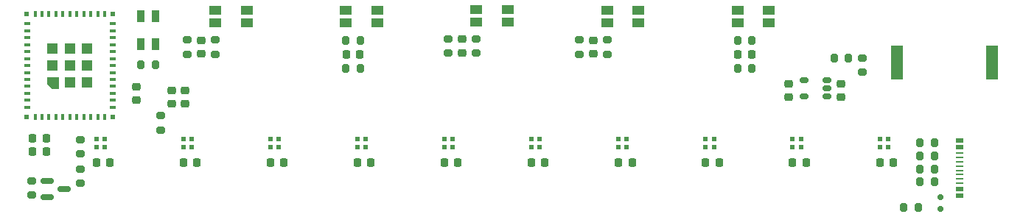
<source format=gbr>
%TF.GenerationSoftware,KiCad,Pcbnew,9.0.7*%
%TF.CreationDate,2026-02-03T10:56:02-06:00*%
%TF.ProjectId,FocusBeam,466f6375-7342-4656-916d-2e6b69636164,rev?*%
%TF.SameCoordinates,Original*%
%TF.FileFunction,Paste,Top*%
%TF.FilePolarity,Positive*%
%FSLAX46Y46*%
G04 Gerber Fmt 4.6, Leading zero omitted, Abs format (unit mm)*
G04 Created by KiCad (PCBNEW 9.0.7) date 2026-02-03 10:56:02*
%MOMM*%
%LPD*%
G01*
G04 APERTURE LIST*
G04 Aperture macros list*
%AMRoundRect*
0 Rectangle with rounded corners*
0 $1 Rounding radius*
0 $2 $3 $4 $5 $6 $7 $8 $9 X,Y pos of 4 corners*
0 Add a 4 corners polygon primitive as box body*
4,1,4,$2,$3,$4,$5,$6,$7,$8,$9,$2,$3,0*
0 Add four circle primitives for the rounded corners*
1,1,$1+$1,$2,$3*
1,1,$1+$1,$4,$5*
1,1,$1+$1,$6,$7*
1,1,$1+$1,$8,$9*
0 Add four rect primitives between the rounded corners*
20,1,$1+$1,$2,$3,$4,$5,0*
20,1,$1+$1,$4,$5,$6,$7,0*
20,1,$1+$1,$6,$7,$8,$9,0*
20,1,$1+$1,$8,$9,$2,$3,0*%
G04 Aperture macros list end*
%ADD10C,0.010000*%
%ADD11RoundRect,0.225000X0.250000X-0.225000X0.250000X0.225000X-0.250000X0.225000X-0.250000X-0.225000X0*%
%ADD12RoundRect,0.200000X0.275000X-0.200000X0.275000X0.200000X-0.275000X0.200000X-0.275000X-0.200000X0*%
%ADD13R,0.558800X0.558800*%
%ADD14RoundRect,0.225000X-0.225000X-0.250000X0.225000X-0.250000X0.225000X0.250000X-0.225000X0.250000X0*%
%ADD15RoundRect,0.200000X0.200000X0.275000X-0.200000X0.275000X-0.200000X-0.275000X0.200000X-0.275000X0*%
%ADD16R,1.400000X1.050000*%
%ADD17RoundRect,0.200000X-0.200000X-0.275000X0.200000X-0.275000X0.200000X0.275000X-0.200000X0.275000X0*%
%ADD18R,0.320000X0.640000*%
%ADD19R,0.640000X0.320000*%
%ADD20R,1.160000X1.160000*%
%ADD21R,0.560000X0.560000*%
%ADD22RoundRect,0.175000X0.325000X-0.175000X0.325000X0.175000X-0.325000X0.175000X-0.325000X-0.175000X0*%
%ADD23RoundRect,0.150000X-0.587500X-0.150000X0.587500X-0.150000X0.587500X0.150000X-0.587500X0.150000X0*%
%ADD24RoundRect,0.225000X0.225000X0.250000X-0.225000X0.250000X-0.225000X-0.250000X0.225000X-0.250000X0*%
%ADD25R,0.812800X1.422400*%
%ADD26RoundRect,0.200000X-0.275000X0.200000X-0.275000X-0.200000X0.275000X-0.200000X0.275000X0.200000X0*%
%ADD27R,1.450000X4.000000*%
%ADD28RoundRect,0.225000X-0.250000X0.225000X-0.250000X-0.225000X0.250000X-0.225000X0.250000X0.225000X0*%
%ADD29RoundRect,0.150000X0.200000X-0.150000X0.200000X0.150000X-0.200000X0.150000X-0.200000X-0.150000X0*%
%ADD30R,0.920000X0.480000*%
%ADD31R,0.920000X0.240000*%
G04 APERTURE END LIST*
D10*
%TO.C,U7*%
X65150000Y-79700000D02*
X64400000Y-79700000D01*
X63900000Y-79200000D01*
X63900000Y-78450000D01*
X65150000Y-78450000D01*
X65150000Y-79700000D01*
G36*
X65150000Y-79700000D02*
G01*
X64400000Y-79700000D01*
X63900000Y-79200000D01*
X63900000Y-78450000D01*
X65150000Y-78450000D01*
X65150000Y-79700000D01*
G37*
%TD*%
D11*
%TO.C,C32*%
X126620000Y-75735000D03*
X126620000Y-74185000D03*
%TD*%
D12*
%TO.C,R5*%
X67700000Y-87250020D03*
X67700000Y-85600020D03*
%TD*%
%TO.C,R25*%
X109945000Y-75665000D03*
X109945000Y-74015000D03*
%TD*%
D13*
%TO.C,LED2*%
X79525000Y-85550040D03*
X79525000Y-86500000D03*
X80475000Y-86500000D03*
X80475000Y-85550040D03*
%TD*%
D14*
%TO.C,C26*%
X129525000Y-88225020D03*
X131075000Y-88225020D03*
%TD*%
%TO.C,C28*%
X149525000Y-88225020D03*
X151075000Y-88225020D03*
%TD*%
D15*
%TO.C,R29*%
X144850000Y-77400000D03*
X143200000Y-77400000D03*
%TD*%
D12*
%TO.C,R20*%
X83200000Y-75800000D03*
X83200000Y-74150000D03*
%TD*%
D16*
%TO.C,S4*%
X101800000Y-72200000D03*
X98200000Y-72200000D03*
X101800000Y-70750000D03*
X98200000Y-70750000D03*
%TD*%
D13*
%TO.C,LED3*%
X89525000Y-85550040D03*
X89525000Y-86500000D03*
X90475000Y-86500000D03*
X90475000Y-85550040D03*
%TD*%
%TO.C,LED9*%
X149525000Y-85550040D03*
X149525000Y-86500000D03*
X150475000Y-86500000D03*
X150475000Y-85550040D03*
%TD*%
D12*
%TO.C,R19*%
X80000000Y-75800000D03*
X80000000Y-74150000D03*
%TD*%
D11*
%TO.C,C12*%
X79700000Y-81500000D03*
X79700000Y-79950000D03*
%TD*%
%TO.C,C10*%
X78200000Y-81500000D03*
X78200000Y-79950000D03*
%TD*%
D14*
%TO.C,C19*%
X119525000Y-88225020D03*
X121075000Y-88225020D03*
%TD*%
D11*
%TO.C,C31*%
X111545000Y-75615000D03*
X111545000Y-74065000D03*
%TD*%
D12*
%TO.C,R28*%
X128220000Y-75785000D03*
X128220000Y-74135000D03*
%TD*%
D17*
%TO.C,R21*%
X164175000Y-89000000D03*
X165825000Y-89000000D03*
%TD*%
D12*
%TO.C,R26*%
X113145000Y-75665000D03*
X113145000Y-74015000D03*
%TD*%
D13*
%TO.C,LED8*%
X139525000Y-85550040D03*
X139525000Y-86500000D03*
X140475000Y-86500000D03*
X140475000Y-85550040D03*
%TD*%
D18*
%TO.C,U7*%
X62500000Y-83000000D03*
X63300000Y-83000000D03*
X64100000Y-83000000D03*
X64900000Y-83000000D03*
X65700000Y-83000000D03*
X66500000Y-83000000D03*
X67300000Y-83000000D03*
X68100000Y-83000000D03*
X68900000Y-83000000D03*
X69700000Y-83000000D03*
X70500000Y-83000000D03*
D19*
X71400000Y-81900000D03*
X71400000Y-81100000D03*
X71400000Y-80300000D03*
X71400000Y-79500000D03*
X71400000Y-78700000D03*
X71400000Y-77900000D03*
X71400000Y-77100000D03*
X71400000Y-76300000D03*
X71400000Y-75500000D03*
X71400000Y-74700000D03*
X71400000Y-73900000D03*
X71400000Y-73100000D03*
X71400000Y-72300000D03*
D18*
X70500000Y-71200000D03*
X69700000Y-71200000D03*
X68900000Y-71200000D03*
X68100000Y-71200000D03*
X67300000Y-71200000D03*
X66500000Y-71200000D03*
X65700000Y-71200000D03*
X64900000Y-71200000D03*
X64100000Y-71200000D03*
X63300000Y-71200000D03*
X62500000Y-71200000D03*
D19*
X61600000Y-72300000D03*
X61600000Y-73100000D03*
X61600000Y-73900000D03*
X61600000Y-74700000D03*
X61600000Y-75500000D03*
X61600000Y-76300000D03*
X61600000Y-77100000D03*
X61600000Y-77900000D03*
X61600000Y-78700000D03*
X61600000Y-79500000D03*
X61600000Y-80300000D03*
X61600000Y-81100000D03*
X61600000Y-81900000D03*
D20*
X66500000Y-79075000D03*
X68475000Y-79075000D03*
X64525000Y-77100000D03*
X66500000Y-77100000D03*
X68475000Y-77100000D03*
X64525000Y-75125000D03*
X66500000Y-75125000D03*
X68475000Y-75125000D03*
D21*
X61550000Y-71150000D03*
X71450000Y-71150000D03*
X71450000Y-83050000D03*
X61550000Y-83050000D03*
%TD*%
D16*
%TO.C,S6*%
X131800000Y-72200000D03*
X128200000Y-72200000D03*
X131800000Y-70750000D03*
X128200000Y-70750000D03*
%TD*%
D22*
%TO.C,U6*%
X153465000Y-80685000D03*
X153465000Y-79735000D03*
X153465000Y-78785000D03*
X150865000Y-78785000D03*
X150865000Y-80685000D03*
%TD*%
D16*
%TO.C,S3*%
X86800000Y-72200000D03*
X83200000Y-72200000D03*
X86800000Y-70750000D03*
X83200000Y-70750000D03*
%TD*%
D13*
%TO.C,LED1*%
X69525000Y-85550040D03*
X69525000Y-86500000D03*
X70475000Y-86500000D03*
X70475000Y-85550040D03*
%TD*%
D23*
%TO.C,Q1*%
X63925000Y-90350000D03*
X63925000Y-92250000D03*
X65800000Y-91300000D03*
%TD*%
D14*
%TO.C,C20*%
X139525000Y-88225020D03*
X141075000Y-88225020D03*
%TD*%
D16*
%TO.C,S7*%
X146800000Y-72200000D03*
X143200000Y-72200000D03*
X146800000Y-70750000D03*
X143200000Y-70750000D03*
%TD*%
D24*
%TO.C,C9*%
X63775000Y-87000000D03*
X62225000Y-87000000D03*
%TD*%
D12*
%TO.C,R1*%
X62100000Y-92025000D03*
X62100000Y-90375000D03*
%TD*%
D11*
%TO.C,C22*%
X149050000Y-80735000D03*
X149050000Y-79185000D03*
%TD*%
D25*
%TO.C,S2*%
X76325000Y-71399800D03*
X74675000Y-71399800D03*
X74675000Y-74600200D03*
X76325000Y-74600200D03*
%TD*%
D26*
%TO.C,R31*%
X157502187Y-76207486D03*
X157502187Y-77857486D03*
%TD*%
D17*
%TO.C,R12*%
X74675000Y-77000000D03*
X76325000Y-77000000D03*
%TD*%
D16*
%TO.C,S5*%
X116800000Y-72125000D03*
X113200000Y-72125000D03*
X116800000Y-70675000D03*
X113200000Y-70675000D03*
%TD*%
D15*
%TO.C,R16*%
X163965000Y-93460000D03*
X162315000Y-93460000D03*
%TD*%
D14*
%TO.C,C24*%
X89525000Y-88225020D03*
X91075000Y-88225020D03*
%TD*%
%TO.C,C16*%
X69525000Y-88225020D03*
X71075000Y-88225020D03*
%TD*%
D24*
%TO.C,C33*%
X144800000Y-75800000D03*
X143250000Y-75800000D03*
%TD*%
D13*
%TO.C,LED6*%
X119525000Y-85550040D03*
X119525000Y-86500000D03*
X120475000Y-86500000D03*
X120475000Y-85550040D03*
%TD*%
D14*
%TO.C,C17*%
X79525000Y-88225020D03*
X81075000Y-88225020D03*
%TD*%
D11*
%TO.C,C27*%
X81600000Y-75750000D03*
X81600000Y-74200000D03*
%TD*%
D15*
%TO.C,R24*%
X99850000Y-74200000D03*
X98200000Y-74200000D03*
%TD*%
%TO.C,R18*%
X165825000Y-90500000D03*
X164175000Y-90500000D03*
%TD*%
D11*
%TO.C,C21*%
X155050000Y-80735000D03*
X155050000Y-79185000D03*
%TD*%
D15*
%TO.C,R22*%
X165825000Y-87500000D03*
X164175000Y-87500000D03*
%TD*%
D24*
%TO.C,C11*%
X63775000Y-85500000D03*
X62225000Y-85500000D03*
%TD*%
D13*
%TO.C,LED4*%
X99525000Y-85550040D03*
X99525000Y-86500000D03*
X100475000Y-86500000D03*
X100475000Y-85550040D03*
%TD*%
D15*
%TO.C,R23*%
X99850000Y-77400000D03*
X98200000Y-77400000D03*
%TD*%
D26*
%TO.C,R4*%
X67700000Y-89000020D03*
X67700000Y-90650020D03*
%TD*%
D24*
%TO.C,C30*%
X99800000Y-75800000D03*
X98250000Y-75800000D03*
%TD*%
D27*
%TO.C,LS1*%
X172455000Y-76740000D03*
X161505000Y-76740000D03*
%TD*%
D13*
%TO.C,LED7*%
X129525000Y-85550040D03*
X129525000Y-86500000D03*
X130475000Y-86500000D03*
X130475000Y-85550040D03*
%TD*%
D15*
%TO.C,R17*%
X165825000Y-86000000D03*
X164175000Y-86000000D03*
%TD*%
D12*
%TO.C,R27*%
X125020000Y-75785000D03*
X125020000Y-74135000D03*
%TD*%
D28*
%TO.C,C13*%
X74100000Y-79525000D03*
X74100000Y-81075000D03*
%TD*%
D14*
%TO.C,C25*%
X109525000Y-88225020D03*
X111075000Y-88225020D03*
%TD*%
%TO.C,C18*%
X99525000Y-88225020D03*
X101075000Y-88225020D03*
%TD*%
D13*
%TO.C,LED5*%
X109525000Y-85550040D03*
X109525000Y-86500000D03*
X110475000Y-86500000D03*
X110475000Y-85550040D03*
%TD*%
D29*
%TO.C,D5*%
X166480000Y-92210000D03*
X166480000Y-93610000D03*
%TD*%
D12*
%TO.C,R11*%
X76890000Y-84515000D03*
X76890000Y-82865000D03*
%TD*%
D30*
%TO.C,P1*%
X168725000Y-92110000D03*
X168725000Y-91310000D03*
D31*
X168725000Y-90160000D03*
X168725000Y-89160000D03*
X168725000Y-88660000D03*
X168725000Y-87660000D03*
D30*
X168725000Y-86510000D03*
X168725000Y-85710000D03*
D31*
X168725000Y-87160000D03*
X168725000Y-88160000D03*
X168725000Y-89660000D03*
X168725000Y-90660000D03*
%TD*%
D13*
%TO.C,LED10*%
X159525000Y-85550040D03*
X159525000Y-86500000D03*
X160475000Y-86500000D03*
X160475000Y-85550040D03*
%TD*%
D15*
%TO.C,R32*%
X155927187Y-76207486D03*
X154277187Y-76207486D03*
%TD*%
D14*
%TO.C,C29*%
X159525000Y-88225020D03*
X161075000Y-88225020D03*
%TD*%
D15*
%TO.C,R30*%
X144850000Y-74200000D03*
X143200000Y-74200000D03*
%TD*%
M02*

</source>
